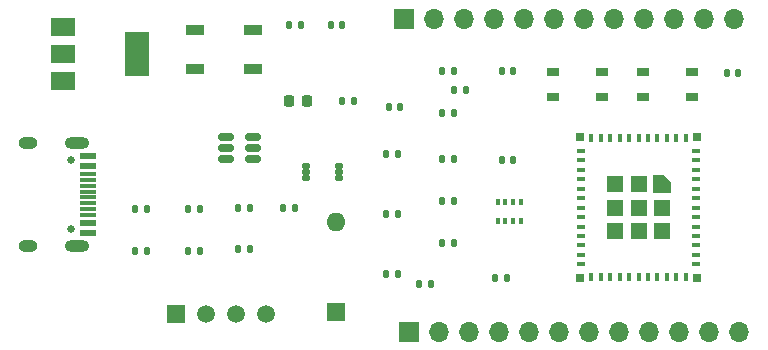
<source format=gbr>
%TF.GenerationSoftware,KiCad,Pcbnew,7.0.9-dirty*%
%TF.CreationDate,2023-12-27T00:33:38-08:00*%
%TF.ProjectId,hardware,68617264-7761-4726-952e-6b696361645f,rev?*%
%TF.SameCoordinates,Original*%
%TF.FileFunction,Soldermask,Top*%
%TF.FilePolarity,Negative*%
%FSLAX46Y46*%
G04 Gerber Fmt 4.6, Leading zero omitted, Abs format (unit mm)*
G04 Created by KiCad (PCBNEW 7.0.9-dirty) date 2023-12-27 00:33:38*
%MOMM*%
%LPD*%
G01*
G04 APERTURE LIST*
G04 Aperture macros list*
%AMRoundRect*
0 Rectangle with rounded corners*
0 $1 Rounding radius*
0 $2 $3 $4 $5 $6 $7 $8 $9 X,Y pos of 4 corners*
0 Add a 4 corners polygon primitive as box body*
4,1,4,$2,$3,$4,$5,$6,$7,$8,$9,$2,$3,0*
0 Add four circle primitives for the rounded corners*
1,1,$1+$1,$2,$3*
1,1,$1+$1,$4,$5*
1,1,$1+$1,$6,$7*
1,1,$1+$1,$8,$9*
0 Add four rect primitives between the rounded corners*
20,1,$1+$1,$2,$3,$4,$5,0*
20,1,$1+$1,$4,$5,$6,$7,0*
20,1,$1+$1,$6,$7,$8,$9,0*
20,1,$1+$1,$8,$9,$2,$3,0*%
%AMFreePoly0*
4,1,6,0.725000,-0.725000,-0.725000,-0.725000,-0.725000,0.125000,-0.125000,0.725000,0.725000,0.725000,0.725000,-0.725000,0.725000,-0.725000,$1*%
G04 Aperture macros list end*
%ADD10RoundRect,0.140000X-0.140000X-0.170000X0.140000X-0.170000X0.140000X0.170000X-0.140000X0.170000X0*%
%ADD11RoundRect,0.135000X-0.135000X-0.185000X0.135000X-0.185000X0.135000X0.185000X-0.135000X0.185000X0*%
%ADD12R,1.500000X1.500000*%
%ADD13C,1.500000*%
%ADD14RoundRect,0.100000X-0.275000X-0.125000X0.275000X-0.125000X0.275000X0.125000X-0.275000X0.125000X0*%
%ADD15R,0.350000X0.500000*%
%ADD16C,0.650000*%
%ADD17R,1.450000X0.600000*%
%ADD18R,1.450000X0.300000*%
%ADD19O,2.100000X1.000000*%
%ADD20O,1.600000X1.000000*%
%ADD21R,1.050000X0.650000*%
%ADD22R,1.700000X1.700000*%
%ADD23O,1.700000X1.700000*%
%ADD24RoundRect,0.150000X-0.512500X-0.150000X0.512500X-0.150000X0.512500X0.150000X-0.512500X0.150000X0*%
%ADD25R,1.500000X0.900000*%
%ADD26R,0.400000X0.800000*%
%ADD27R,0.800000X0.400000*%
%ADD28FreePoly0,270.000000*%
%ADD29R,1.450000X1.450000*%
%ADD30R,0.700000X0.700000*%
%ADD31R,1.600000X1.600000*%
%ADD32O,1.600000X1.600000*%
%ADD33RoundRect,0.218750X-0.218750X-0.256250X0.218750X-0.256250X0.218750X0.256250X-0.218750X0.256250X0*%
%ADD34R,2.000000X1.500000*%
%ADD35R,2.000000X3.800000*%
G04 APERTURE END LIST*
D10*
%TO.C,C7*%
X163500000Y-70000000D03*
X164460000Y-70000000D03*
%TD*%
%TO.C,C4*%
X169020000Y-68500000D03*
X169980000Y-68500000D03*
%TD*%
D11*
%TO.C,R9*%
X150690000Y-82000000D03*
X151710000Y-82000000D03*
%TD*%
%TO.C,R18*%
X163230000Y-84080000D03*
X164250000Y-84080000D03*
%TD*%
%TO.C,R3*%
X146480000Y-82150000D03*
X147500000Y-82150000D03*
%TD*%
%TO.C,R1*%
X146480000Y-78650000D03*
X147500000Y-78650000D03*
%TD*%
%TO.C,R2*%
X141980000Y-78650000D03*
X143000000Y-78650000D03*
%TD*%
D12*
%TO.C,U4*%
X145420000Y-87500000D03*
D13*
X147960000Y-87500000D03*
X150500000Y-87500000D03*
X153040000Y-87500000D03*
%TD*%
D14*
%TO.C,U6*%
X156500000Y-75000000D03*
X156500000Y-75500000D03*
X156500000Y-76000000D03*
X159250000Y-76000000D03*
X159250000Y-75500000D03*
X159250000Y-75000000D03*
%TD*%
D10*
%TO.C,C3*%
X173040000Y-66920000D03*
X174000000Y-66920000D03*
%TD*%
D11*
%TO.C,R11*%
X154500000Y-78500000D03*
X155520000Y-78500000D03*
%TD*%
D15*
%TO.C,U5*%
X172700000Y-78000000D03*
X173350000Y-78000000D03*
X174000000Y-78000000D03*
X174650000Y-78000000D03*
X174650000Y-79600000D03*
X174000000Y-79600000D03*
X173350000Y-79600000D03*
X172700000Y-79600000D03*
%TD*%
D11*
%TO.C,R6*%
X167940000Y-70500000D03*
X168960000Y-70500000D03*
%TD*%
D16*
%TO.C,J1*%
X136555000Y-74500000D03*
X136555000Y-80280000D03*
D17*
X138000000Y-74140000D03*
X138000000Y-74940000D03*
D18*
X138000000Y-76140000D03*
X138000000Y-77140000D03*
X138000000Y-77640000D03*
X138000000Y-78640000D03*
D17*
X138000000Y-79840000D03*
X138000000Y-80640000D03*
X138000000Y-80640000D03*
X138000000Y-79840000D03*
D18*
X138000000Y-79140000D03*
X138000000Y-78140000D03*
X138000000Y-76640000D03*
X138000000Y-75640000D03*
D17*
X138000000Y-74940000D03*
X138000000Y-74140000D03*
D19*
X137085000Y-73070000D03*
D20*
X132905000Y-73070000D03*
D19*
X137085000Y-81710000D03*
D20*
X132905000Y-81710000D03*
%TD*%
D21*
%TO.C,SW1*%
X177350000Y-67000000D03*
X181500000Y-67000000D03*
X177350000Y-69150000D03*
X181500000Y-69150000D03*
%TD*%
D11*
%TO.C,R15*%
X172490000Y-84500000D03*
X173510000Y-84500000D03*
%TD*%
D22*
%TO.C,J4*%
X165220000Y-89000000D03*
D23*
X167760000Y-89000000D03*
X170300000Y-89000000D03*
X172840000Y-89000000D03*
X175380000Y-89000000D03*
X177920000Y-89000000D03*
X180460000Y-89000000D03*
X183000000Y-89000000D03*
X185540000Y-89000000D03*
X188080000Y-89000000D03*
X190620000Y-89000000D03*
X193160000Y-89000000D03*
%TD*%
D24*
%TO.C,U2*%
X149725000Y-72500000D03*
X149725000Y-73450000D03*
X149725000Y-74400000D03*
X152000000Y-74400000D03*
X152000000Y-73450000D03*
X152000000Y-72500000D03*
%TD*%
D11*
%TO.C,R10*%
X150690000Y-78500000D03*
X151710000Y-78500000D03*
%TD*%
%TO.C,R16*%
X163230000Y-73920000D03*
X164250000Y-73920000D03*
%TD*%
D10*
%TO.C,C5*%
X173020000Y-74500000D03*
X173980000Y-74500000D03*
%TD*%
D25*
%TO.C,D1*%
X147100000Y-63500000D03*
X147100000Y-66800000D03*
X152000000Y-66800000D03*
X152000000Y-63500000D03*
%TD*%
D26*
%TO.C,U1*%
X188620000Y-72600000D03*
X187820000Y-72600000D03*
X187020000Y-72600000D03*
X186220000Y-72600000D03*
X185420000Y-72600000D03*
X184620000Y-72600000D03*
X183820000Y-72600000D03*
X183020000Y-72600000D03*
X182220000Y-72600000D03*
X181420000Y-72600000D03*
X180620000Y-72600000D03*
D27*
X179720000Y-73700000D03*
X179720000Y-74500000D03*
X179720000Y-75300000D03*
X179720000Y-76100000D03*
X179720000Y-76900000D03*
X179720000Y-77700000D03*
X179720000Y-78500000D03*
X179720000Y-79300000D03*
X179720000Y-80100000D03*
X179720000Y-80900000D03*
X179720000Y-81700000D03*
X179720000Y-82500000D03*
X179720000Y-83300000D03*
D26*
X180620000Y-84400000D03*
X181420000Y-84400000D03*
X182220000Y-84400000D03*
X183020000Y-84400000D03*
X183820000Y-84400000D03*
X184620000Y-84400000D03*
X185420000Y-84400000D03*
X186220000Y-84400000D03*
X187020000Y-84400000D03*
X187820000Y-84400000D03*
X188620000Y-84400000D03*
D27*
X189520000Y-83300000D03*
X189520000Y-82500000D03*
X189520000Y-81700000D03*
X189520000Y-80900000D03*
X189520000Y-80100000D03*
X189520000Y-79300000D03*
X189520000Y-78500000D03*
X189520000Y-77700000D03*
X189520000Y-76900000D03*
X189520000Y-76100000D03*
X189520000Y-75300000D03*
X189520000Y-74500000D03*
X189520000Y-73700000D03*
D28*
X186595000Y-76525000D03*
D29*
X184620000Y-76525000D03*
X182645000Y-76525000D03*
X186595000Y-78500000D03*
X184620000Y-78500000D03*
X182645000Y-78500000D03*
X186595000Y-80475000D03*
X184620000Y-80475000D03*
X182645000Y-80475000D03*
D30*
X189570000Y-84450000D03*
X179670000Y-84450000D03*
X179670000Y-72550000D03*
X189570000Y-72550000D03*
%TD*%
D31*
%TO.C,D3*%
X159000000Y-87310000D03*
D32*
X159000000Y-79690000D03*
%TD*%
D10*
%TO.C,C1*%
X155040000Y-63000000D03*
X156000000Y-63000000D03*
%TD*%
%TO.C,C6*%
X192115000Y-67075000D03*
X193075000Y-67075000D03*
%TD*%
D21*
%TO.C,SW2*%
X185000000Y-67000000D03*
X189150000Y-67000000D03*
X185000000Y-69150000D03*
X189150000Y-69150000D03*
%TD*%
D11*
%TO.C,R5*%
X167980000Y-66920000D03*
X169000000Y-66920000D03*
%TD*%
%TO.C,R4*%
X141980000Y-82150000D03*
X143000000Y-82150000D03*
%TD*%
%TO.C,R8*%
X159480000Y-69500000D03*
X160500000Y-69500000D03*
%TD*%
%TO.C,R12*%
X167980000Y-77920000D03*
X169000000Y-77920000D03*
%TD*%
%TO.C,R17*%
X163230000Y-79000000D03*
X164250000Y-79000000D03*
%TD*%
%TO.C,R14*%
X165990000Y-85000000D03*
X167010000Y-85000000D03*
%TD*%
%TO.C,R7*%
X167960000Y-74420000D03*
X168980000Y-74420000D03*
%TD*%
%TO.C,R13*%
X167980000Y-81500000D03*
X169000000Y-81500000D03*
%TD*%
D33*
%TO.C,D2*%
X155000000Y-69500000D03*
X156575000Y-69500000D03*
%TD*%
D22*
%TO.C,J2*%
X164720000Y-62500000D03*
D23*
X167260000Y-62500000D03*
X169800000Y-62500000D03*
X172340000Y-62500000D03*
X174880000Y-62500000D03*
X177420000Y-62500000D03*
X179960000Y-62500000D03*
X182500000Y-62500000D03*
X185040000Y-62500000D03*
X187580000Y-62500000D03*
X190120000Y-62500000D03*
X192660000Y-62500000D03*
%TD*%
D34*
%TO.C,U3*%
X135850000Y-63200000D03*
X135850000Y-65500000D03*
D35*
X142150000Y-65500000D03*
D34*
X135850000Y-67800000D03*
%TD*%
D10*
%TO.C,C2*%
X158540000Y-63000000D03*
X159500000Y-63000000D03*
%TD*%
M02*

</source>
